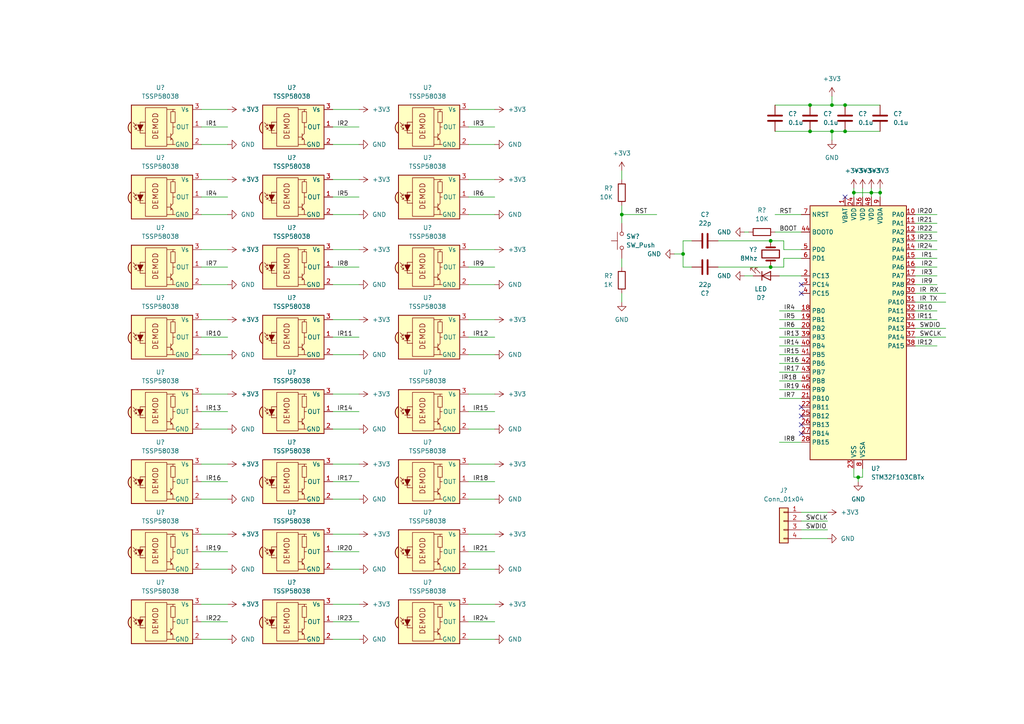
<source format=kicad_sch>
(kicad_sch (version 20230121) (generator eeschema)
  (paper "A4")
  (lib_symbols
    (symbol "Connector_Generic:Conn_01x04" (pin_names (offset 1.016) hide)
      (property "Reference" "J" (at 0 5.08 0))
      (property "Value" "Conn_01x04" (at 0 -7.62 0))
      (symbol "Conn_01x04_1_1"
        (rectangle (start -1.27 -4.953) (end 0 -5.207) (stroke (width 0.1524)))
        (rectangle (start -1.27 -2.413) (end 0 -2.667) (stroke (width 0.1524)))
        (rectangle (start -1.27 0.127) (end 0 -0.127) (stroke (width 0.1524)))
        (rectangle (start -1.27 2.667) (end 0 2.413) (stroke (width 0.1524)))
        (rectangle (start -1.27 3.81) (end 1.27 -6.35) (stroke (width 0.254)) (fill (type background)))
        (pin passive line (at -5.08 2.54 0) (length 3.81) (name "Pin_1") (number "1"))
        (pin passive line (at -5.08 0 0) (length 3.81) (name "Pin_2") (number "2"))
        (pin passive line (at -5.08 -2.54 0) (length 3.81) (name "Pin_3") (number "3"))
        (pin passive line (at -5.08 -5.08 0) (length 3.81) (name "Pin_4") (number "4"))
      )
    )
    (symbol "Device:C" (pin_numbers hide) (pin_names (offset 0.254))
      (property "Reference" "C" (at 0.635 2.54 0))
      (property "Value" "C" (at 0.635 -2.54 0))
      (symbol "C_0_1"
        (polyline (pts (xy -2.032 -0.762) (xy 2.032 -0.762)) (stroke (width 0.508)))
        (polyline (pts (xy -2.032 0.762) (xy 2.032 0.762)) (stroke (width 0.508)))
      )
      (symbol "C_1_1"
        (pin passive line (at 0 3.81 270) (length 2.794) (name "~") (number "1"))
        (pin passive line (at 0 -3.81 90) (length 2.794) (name "~") (number "2"))
      )
    )
    (symbol "Device:Crystal" (pin_numbers hide) (pin_names (offset 1.016) hide)
      (property "Reference" "Y" (at 0 3.81 0))
      (property "Value" "Crystal" (at 0 -3.81 0))
      (symbol "Crystal_0_1"
        (rectangle (start -1.143 2.54) (end 1.143 -2.54) (stroke (width 0.3048)))
        (polyline (pts (xy -2.54 0) (xy -1.905 0)))
        (polyline (pts (xy -1.905 -1.27) (xy -1.905 1.27)) (stroke (width 0.508)))
        (polyline (pts (xy 1.905 -1.27) (xy 1.905 1.27)) (stroke (width 0.508)))
        (polyline (pts (xy 2.54 0) (xy 1.905 0)))
      )
      (symbol "Crystal_1_1"
        (pin passive line (at -3.81 0 0) (length 1.27) (name "1") (number "1"))
        (pin passive line (at 3.81 0 180) (length 1.27) (name "2") (number "2"))
      )
    )
    (symbol "Device:LED" (pin_numbers hide) (pin_names (offset 1.016) hide)
      (property "Reference" "D" (at 0 2.54 0))
      (property "Value" "LED" (at 0 -2.54 0))
      (symbol "LED_0_1"
        (polyline (pts (xy -1.27 -1.27) (xy -1.27 1.27)) (stroke (width 0.254)))
        (polyline (pts (xy -1.27 0) (xy 1.27 0)))
        (polyline (pts (xy 1.27 -1.27) (xy 1.27 1.27) (xy -1.27 0) (xy 1.27 -1.27)) (stroke (width 0.254)))
        (polyline (pts (xy -3.048 -0.762) (xy -4.572 -2.286) (xy -3.81 -2.286) (xy -4.572 -2.286) (xy -4.572 -1.524)))
        (polyline (pts (xy -1.778 -0.762) (xy -3.302 -2.286) (xy -2.54 -2.286) (xy -3.302 -2.286) (xy -3.302 -1.524)))
      )
      (symbol "LED_1_1"
        (pin passive line (at -3.81 0 0) (length 2.54) (name "K") (number "1"))
        (pin passive line (at 3.81 0 180) (length 2.54) (name "A") (number "2"))
      )
    )
    (symbol "Device:R" (pin_numbers hide) (pin_names (offset 0))
      (property "Reference" "R" (at 2.032 0 90))
      (property "Value" "R" (at 0 0 90))
      (symbol "R_0_1"
        (rectangle (start -1.016 -2.54) (end 1.016 2.54) (stroke (width 0.254)))
      )
      (symbol "R_1_1"
        (pin passive line (at 0 3.81 270) (length 1.27) (name "~") (number "1"))
        (pin passive line (at 0 -3.81 90) (length 1.27) (name "~") (number "2"))
      )
    )
    (symbol "MCU_ST_STM32F1:STM32F103CBTx"
      (property "Reference" "U" (at -12.7 39.37 0))
      (property "Value" "STM32F103CBTx" (at 10.16 39.37 0))
      (symbol "STM32F103CBTx_0_1"
        (rectangle (start -12.7 -35.56) (end 15.24 38.1) (stroke (width 0.254)) (fill (type background)))
      )
      (symbol "STM32F103CBTx_1_1"
        (pin power_in line (at -2.54 40.64 270) (length 2.54) (name "VBAT") (number "1"))
        (pin bidirectional line (at 17.78 35.56 180) (length 2.54) (name "PA0") (number "10"))
        (pin bidirectional line (at 17.78 33.02 180) (length 2.54) (name "PA1") (number "11"))
        (pin bidirectional line (at 17.78 30.48 180) (length 2.54) (name "PA2") (number "12"))
        (pin bidirectional line (at 17.78 27.94 180) (length 2.54) (name "PA3") (number "13"))
        (pin bidirectional line (at 17.78 25.4 180) (length 2.54) (name "PA4") (number "14"))
        (pin bidirectional line (at 17.78 22.86 180) (length 2.54) (name "PA5") (number "15"))
        (pin bidirectional line (at 17.78 20.32 180) (length 2.54) (name "PA6") (number "16"))
        (pin bidirectional line (at 17.78 17.78 180) (length 2.54) (name "PA7") (number "17"))
        (pin bidirectional line (at -15.24 7.62 0) (length 2.54) (name "PB0") (number "18"))
        (pin bidirectional line (at -15.24 5.08 0) (length 2.54) (name "PB1") (number "19"))
        (pin bidirectional line (at -15.24 17.78 0) (length 2.54) (name "PC13") (number "2"))
        (pin bidirectional line (at -15.24 2.54 0) (length 2.54) (name "PB2") (number "20"))
        (pin bidirectional line (at -15.24 -17.78 0) (length 2.54) (name "PB10") (number "21"))
        (pin bidirectional line (at -15.24 -20.32 0) (length 2.54) (name "PB11") (number "22"))
        (pin power_in line (at 0 -38.1 90) (length 2.54) (name "VSS") (number "23"))
        (pin power_in line (at 0 40.64 270) (length 2.54) (name "VDD") (number "24"))
        (pin bidirectional line (at -15.24 -22.86 0) (length 2.54) (name "PB12") (number "25"))
        (pin bidirectional line (at -15.24 -25.4 0) (length 2.54) (name "PB13") (number "26"))
        (pin bidirectional line (at -15.24 -27.94 0) (length 2.54) (name "PB14") (number "27"))
        (pin bidirectional line (at -15.24 -30.48 0) (length 2.54) (name "PB15") (number "28"))
        (pin bidirectional line (at 17.78 15.24 180) (length 2.54) (name "PA8") (number "29"))
        (pin bidirectional line (at -15.24 15.24 0) (length 2.54) (name "PC14") (number "3"))
        (pin bidirectional line (at 17.78 12.7 180) (length 2.54) (name "PA9") (number "30"))
        (pin bidirectional line (at 17.78 10.16 180) (length 2.54) (name "PA10") (number "31"))
        (pin bidirectional line (at 17.78 7.62 180) (length 2.54) (name "PA11") (number "32"))
        (pin bidirectional line (at 17.78 5.08 180) (length 2.54) (name "PA12") (number "33"))
        (pin bidirectional line (at 17.78 2.54 180) (length 2.54) (name "PA13") (number "34"))
        (pin passive line (at 0 -38.1 90) (length 2.54) hide (name "VSS") (number "35"))
        (pin power_in line (at 2.54 40.64 270) (length 2.54) (name "VDD") (number "36"))
        (pin bidirectional line (at 17.78 0 180) (length 2.54) (name "PA14") (number "37"))
        (pin bidirectional line (at 17.78 -2.54 180) (length 2.54) (name "PA15") (number "38"))
        (pin bidirectional line (at -15.24 0 0) (length 2.54) (name "PB3") (number "39"))
        (pin bidirectional line (at -15.24 12.7 0) (length 2.54) (name "PC15") (number "4"))
        (pin bidirectional line (at -15.24 -2.54 0) (length 2.54) (name "PB4") (number "40"))
        (pin bidirectional line (at -15.24 -5.08 0) (length 2.54) (name "PB5") (number "41"))
        (pin bidirectional line (at -15.24 -7.62 0) (length 2.54) (name "PB6") (number "42"))
        (pin bidirectional line (at -15.24 -10.16 0) (length 2.54) (name "PB7") (number "43"))
        (pin input line (at -15.24 30.48 0) (length 2.54) (name "BOOT0") (number "44"))
        (pin bidirectional line (at -15.24 -12.7 0) (length 2.54) (name "PB8") (number "45"))
        (pin bidirectional line (at -15.24 -15.24 0) (length 2.54) (name "PB9") (number "46"))
        (pin passive line (at 0 -38.1 90) (length 2.54) hide (name "VSS") (number "47"))
        (pin power_in line (at 5.08 40.64 270) (length 2.54) (name "VDD") (number "48"))
        (pin bidirectional line (at -15.24 25.4 0) (length 2.54) (name "PD0") (number "5"))
        (pin bidirectional line (at -15.24 22.86 0) (length 2.54) (name "PD1") (number "6"))
        (pin input line (at -15.24 35.56 0) (length 2.54) (name "NRST") (number "7"))
        (pin power_in line (at 2.54 -38.1 90) (length 2.54) (name "VSSA") (number "8"))
        (pin power_in line (at 7.62 40.64 270) (length 2.54) (name "VDDA") (number "9"))
      )
    )
    (symbol "Sensor_Proximity:TSSP58038" (pin_names (offset 1.016))
      (property "Reference" "U" (at -10.16 7.62 0))
      (property "Value" "TSSP58038" (at -10.16 -7.62 0))
      (symbol "TSSP58038_0_0"
        (arc (start -10.287 1.397) (mid -11.0899 -0.1852) (end -10.287 -1.778) (stroke (width 0.254)) (fill (type background)))
        (polyline (pts (xy 1.905 -5.08) (xy 0.127 -5.08)))
        (polyline (pts (xy 1.905 5.08) (xy 0.127 5.08)))
        (text "DEMOD" (at -3.175 0.254 900) (effects (font (size 1.524 1.524))))
      )
      (symbol "TSSP58038_0_1"
        (rectangle (start -6.096 5.588) (end 0.127 -5.588))
        (polyline (pts (xy -8.763 0.381) (xy -9.652 1.27)))
        (polyline (pts (xy -8.763 0.381) (xy -9.271 0.381)))
        (polyline (pts (xy -8.763 0.381) (xy -8.763 0.889)))
        (polyline (pts (xy -8.636 -0.635) (xy -9.525 0.254)))
        (polyline (pts (xy -8.636 -0.635) (xy -9.144 -0.635)))
        (polyline (pts (xy -8.636 -0.635) (xy -8.636 -0.127)))
        (polyline (pts (xy -8.382 -1.016) (xy -6.731 -1.016)))
        (polyline (pts (xy 1.27 -2.921) (xy 0.127 -2.921)))
        (polyline (pts (xy 1.27 -1.905) (xy 1.27 -3.81)))
        (polyline (pts (xy 1.397 -3.556) (xy 1.524 -3.556)))
        (polyline (pts (xy 1.651 -3.556) (xy 1.524 -3.556)))
        (polyline (pts (xy 1.651 -3.556) (xy 1.651 -3.302)))
        (polyline (pts (xy 1.905 0) (xy 1.905 1.27)))
        (polyline (pts (xy 1.905 4.445) (xy 1.905 5.08) (xy 2.54 5.08)))
        (polyline (pts (xy -8.382 0.635) (xy -6.731 0.635) (xy -7.62 -1.016) (xy -8.382 0.635)) (fill (type outline)))
        (polyline (pts (xy -6.096 1.397) (xy -7.62 1.397) (xy -7.62 -1.778) (xy -6.096 -1.778)))
        (polyline (pts (xy 1.27 -3.175) (xy 1.905 -3.81) (xy 1.905 -5.08) (xy 2.54 -5.08)))
        (polyline (pts (xy 1.27 -2.54) (xy 1.905 -1.905) (xy 1.905 0) (xy 2.54 0)))
        (rectangle (start 2.54 1.27) (end 1.27 4.445))
        (rectangle (start 7.62 6.35) (end -10.16 -6.35) (stroke (width 0.254)) (fill (type background)))
      )
      (symbol "TSSP58038_1_1"
        (pin output line (at 10.16 0 180) (length 2.54) (name "OUT") (number "1"))
        (pin power_in line (at 10.16 -5.08 180) (length 2.54) (name "GND") (number "2"))
        (pin power_in line (at 10.16 5.08 180) (length 2.54) (name "Vs") (number "3"))
      )
    )
    (symbol "Switch:SW_Push" (pin_numbers hide) (pin_names (offset 1.016) hide)
      (property "Reference" "SW" (at 1.27 2.54 0))
      (property "Value" "SW_Push" (at 0 -1.524 0))
      (symbol "SW_Push_0_1"
        (circle (center -2.032 0) (radius 0.508))
        (polyline (pts (xy 0 1.27) (xy 0 3.048)))
        (polyline (pts (xy 2.54 1.27) (xy -2.54 1.27)))
        (circle (center 2.032 0) (radius 0.508))
        (pin passive line (at -5.08 0 0) (length 2.54) (name "1") (number "1"))
        (pin passive line (at 5.08 0 180) (length 2.54) (name "2") (number "2"))
      )
    )
    (symbol "power:+3V3" (power) (pin_names (offset 0))
      (property "Value" "+3V3" (at 0 3.556 0))
      (symbol "+3V3_0_1"
        (polyline (pts (xy -0.762 1.27) (xy 0 2.54)))
        (polyline (pts (xy 0 0) (xy 0 2.54)))
        (polyline (pts (xy 0 2.54) (xy 0.762 1.27)))
      )
      (symbol "+3V3_1_1"
        (pin power_in line (at 0 0 90) (length 0) hide (name "+3V3") (number "1"))
      )
    )
    (symbol "power:GND" (power) (pin_names (offset 0))
      (property "Value" "GND" (at 0 -3.81 0))
      (symbol "GND_0_1"
        (polyline (pts (xy 0 0) (xy 0 -1.27) (xy 1.27 -1.27) (xy 0 -2.54) (xy -1.27 -1.27) (xy 0 -1.27)))
      )
      (symbol "GND_1_1"
        (pin power_in line (at 0 0 270) (length 0) hide (name "GND") (number "1"))
      )
    )
  )
  (junction (at 234.95 30.48))
  (junction (at 252.73 55.88))
  (junction (at 198.12 73.66))
  (junction (at 180.34 62.23))
  (junction (at 234.95 38.1))
  (junction (at 223.52 77.47))
  (junction (at 245.11 30.48))
  (junction (at 241.3 30.48))
  (junction (at 247.65 55.88))
  (junction (at 241.3 38.1))
  (junction (at 245.11 38.1))
  (junction (at 223.52 69.85))
  (junction (at 255.27 55.88))
  (junction (at 248.92 138.43))
  (no_connect (at 232.41 120.65))
  (no_connect (at 232.41 118.11))
  (no_connect (at 232.41 85.09))
  (no_connect (at 232.41 125.73))
  (no_connect (at 232.41 123.19))
  (no_connect (at 245.11 57.15))
  (no_connect (at 232.41 82.55))
  (wire (pts (xy 58.42 57.15) (xy 66.04 57.15)))
  (wire (pts (xy 96.52 134.62) (xy 104.14 134.62)))
  (wire (pts (xy 135.89 144.78) (xy 143.51 144.78)))
  (wire (pts (xy 58.42 144.78) (xy 66.04 144.78)))
  (wire (pts (xy 96.52 114.3) (xy 104.14 114.3)))
  (wire (pts (xy 226.06 92.71) (xy 232.41 92.71)))
  (wire (pts (xy 226.06 102.87) (xy 232.41 102.87)))
  (wire (pts (xy 96.52 77.47) (xy 104.14 77.47)))
  (wire (pts (xy 135.89 57.15) (xy 143.51 57.15)))
  (wire (pts (xy 96.52 41.91) (xy 104.14 41.91)))
  (wire (pts (xy 234.95 30.48) (xy 241.3 30.48)))
  (wire (pts (xy 265.43 64.77) (xy 271.78 64.77)))
  (wire (pts (xy 232.41 110.49) (xy 226.06 110.49)))
  (wire (pts (xy 96.52 36.83) (xy 104.14 36.83)))
  (wire (pts (xy 58.42 41.91) (xy 66.04 41.91)))
  (wire (pts (xy 96.52 119.38) (xy 104.14 119.38)))
  (wire (pts (xy 208.28 69.85) (xy 223.52 69.85)))
  (wire (pts (xy 232.41 148.59) (xy 240.03 148.59)))
  (wire (pts (xy 241.3 30.48) (xy 245.11 30.48)))
  (wire (pts (xy 248.92 138.43) (xy 248.92 139.7)))
  (wire (pts (xy 227.33 69.85) (xy 227.33 72.39)))
  (wire (pts (xy 96.52 97.79) (xy 104.14 97.79)))
  (wire (pts (xy 180.34 62.23) (xy 180.34 64.77)))
  (wire (pts (xy 96.52 52.07) (xy 104.14 52.07)))
  (wire (pts (xy 226.06 95.25) (xy 232.41 95.25)))
  (wire (pts (xy 247.65 55.88) (xy 252.73 55.88)))
  (wire (pts (xy 265.43 85.09) (xy 274.32 85.09)))
  (wire (pts (xy 208.28 77.47) (xy 223.52 77.47)))
  (wire (pts (xy 58.42 185.42) (xy 66.04 185.42)))
  (wire (pts (xy 135.89 165.1) (xy 143.51 165.1)))
  (wire (pts (xy 248.92 138.43) (xy 250.19 138.43)))
  (wire (pts (xy 96.52 139.7) (xy 104.14 139.7)))
  (wire (pts (xy 135.89 154.94) (xy 143.51 154.94)))
  (wire (pts (xy 226.06 105.41) (xy 232.41 105.41)))
  (wire (pts (xy 135.89 72.39) (xy 143.51 72.39)))
  (wire (pts (xy 217.17 67.31) (xy 215.9 67.31)))
  (wire (pts (xy 58.42 102.87) (xy 66.04 102.87)))
  (wire (pts (xy 135.89 119.38) (xy 143.51 119.38)))
  (wire (pts (xy 58.42 119.38) (xy 66.04 119.38)))
  (wire (pts (xy 135.89 180.34) (xy 143.51 180.34)))
  (wire (pts (xy 58.42 92.71) (xy 66.04 92.71)))
  (wire (pts (xy 58.42 62.23) (xy 66.04 62.23)))
  (wire (pts (xy 135.89 102.87) (xy 143.51 102.87)))
  (wire (pts (xy 250.19 138.43) (xy 250.19 135.89)))
  (wire (pts (xy 58.42 114.3) (xy 66.04 114.3)))
  (wire (pts (xy 271.78 80.01) (xy 265.43 80.01)))
  (wire (pts (xy 226.06 100.33) (xy 232.41 100.33)))
  (wire (pts (xy 195.58 73.66) (xy 198.12 73.66)))
  (wire (pts (xy 135.89 92.71) (xy 143.51 92.71)))
  (wire (pts (xy 271.78 74.93) (xy 265.43 74.93)))
  (wire (pts (xy 135.89 185.42) (xy 143.51 185.42)))
  (wire (pts (xy 135.89 139.7) (xy 143.51 139.7)))
  (wire (pts (xy 241.3 38.1) (xy 241.3 40.64)))
  (wire (pts (xy 271.78 69.85) (xy 265.43 69.85)))
  (wire (pts (xy 96.52 62.23) (xy 104.14 62.23)))
  (wire (pts (xy 223.52 77.47) (xy 227.33 77.47)))
  (wire (pts (xy 58.42 139.7) (xy 66.04 139.7)))
  (wire (pts (xy 227.33 77.47) (xy 227.33 74.93)))
  (wire (pts (xy 96.52 82.55) (xy 104.14 82.55)))
  (wire (pts (xy 252.73 55.88) (xy 255.27 55.88)))
  (wire (pts (xy 135.89 36.83) (xy 143.51 36.83)))
  (wire (pts (xy 247.65 135.89) (xy 247.65 138.43)))
  (wire (pts (xy 96.52 185.42) (xy 104.14 185.42)))
  (wire (pts (xy 255.27 55.88) (xy 255.27 57.15)))
  (wire (pts (xy 58.42 72.39) (xy 66.04 72.39)))
  (wire (pts (xy 271.78 62.23) (xy 265.43 62.23)))
  (wire (pts (xy 265.43 95.25) (xy 274.32 95.25)))
  (wire (pts (xy 215.9 80.01) (xy 218.44 80.01)))
  (wire (pts (xy 226.06 97.79) (xy 232.41 97.79)))
  (wire (pts (xy 252.73 54.61) (xy 252.73 55.88)))
  (wire (pts (xy 224.79 38.1) (xy 234.95 38.1)))
  (wire (pts (xy 247.65 55.88) (xy 247.65 57.15)))
  (wire (pts (xy 227.33 74.93) (xy 232.41 74.93)))
  (wire (pts (xy 135.89 134.62) (xy 143.51 134.62)))
  (wire (pts (xy 58.42 134.62) (xy 66.04 134.62)))
  (wire (pts (xy 200.66 69.85) (xy 198.12 69.85)))
  (wire (pts (xy 271.78 92.71) (xy 265.43 92.71)))
  (wire (pts (xy 224.79 62.23) (xy 232.41 62.23)))
  (wire (pts (xy 255.27 54.61) (xy 255.27 55.88)))
  (wire (pts (xy 198.12 77.47) (xy 200.66 77.47)))
  (wire (pts (xy 180.34 62.23) (xy 190.5 62.23)))
  (wire (pts (xy 232.41 151.13) (xy 240.03 151.13)))
  (wire (pts (xy 245.11 30.48) (xy 255.27 30.48)))
  (wire (pts (xy 226.06 128.27) (xy 232.41 128.27)))
  (wire (pts (xy 135.89 175.26) (xy 143.51 175.26)))
  (wire (pts (xy 135.89 41.91) (xy 143.51 41.91)))
  (wire (pts (xy 271.78 90.17) (xy 265.43 90.17)))
  (wire (pts (xy 135.89 124.46) (xy 143.51 124.46)))
  (wire (pts (xy 96.52 57.15) (xy 104.14 57.15)))
  (wire (pts (xy 241.3 27.94) (xy 241.3 30.48)))
  (wire (pts (xy 223.52 69.85) (xy 227.33 69.85)))
  (wire (pts (xy 58.42 165.1) (xy 66.04 165.1)))
  (wire (pts (xy 271.78 67.31) (xy 265.43 67.31)))
  (wire (pts (xy 180.34 85.09) (xy 180.34 87.63)))
  (wire (pts (xy 226.06 115.57) (xy 232.41 115.57)))
  (wire (pts (xy 135.89 62.23) (xy 143.51 62.23)))
  (wire (pts (xy 135.89 82.55) (xy 143.51 82.55)))
  (wire (pts (xy 198.12 69.85) (xy 198.12 73.66)))
  (wire (pts (xy 58.42 124.46) (xy 66.04 124.46)))
  (wire (pts (xy 241.3 38.1) (xy 245.11 38.1)))
  (wire (pts (xy 96.52 124.46) (xy 104.14 124.46)))
  (wire (pts (xy 232.41 153.67) (xy 240.03 153.67)))
  (wire (pts (xy 265.43 87.63) (xy 274.32 87.63)))
  (wire (pts (xy 227.33 72.39) (xy 232.41 72.39)))
  (wire (pts (xy 252.73 55.88) (xy 252.73 57.15)))
  (wire (pts (xy 96.52 165.1) (xy 104.14 165.1)))
  (wire (pts (xy 96.52 102.87) (xy 104.14 102.87)))
  (wire (pts (xy 135.89 160.02) (xy 143.51 160.02)))
  (wire (pts (xy 245.11 38.1) (xy 255.27 38.1)))
  (wire (pts (xy 96.52 92.71) (xy 104.14 92.71)))
  (wire (pts (xy 58.42 160.02) (xy 66.04 160.02)))
  (wire (pts (xy 180.34 49.53) (xy 180.34 52.07)))
  (wire (pts (xy 58.42 36.83) (xy 66.04 36.83)))
  (wire (pts (xy 135.89 97.79) (xy 143.51 97.79)))
  (wire (pts (xy 58.42 97.79) (xy 66.04 97.79)))
  (wire (pts (xy 180.34 77.47) (xy 180.34 74.93)))
  (wire (pts (xy 58.42 175.26) (xy 66.04 175.26)))
  (wire (pts (xy 271.78 77.47) (xy 265.43 77.47)))
  (wire (pts (xy 58.42 52.07) (xy 66.04 52.07)))
  (wire (pts (xy 58.42 82.55) (xy 66.04 82.55)))
  (wire (pts (xy 96.52 180.34) (xy 104.14 180.34)))
  (wire (pts (xy 58.42 180.34) (xy 66.04 180.34)))
  (wire (pts (xy 271.78 100.33) (xy 265.43 100.33)))
  (wire (pts (xy 226.06 80.01) (xy 232.41 80.01)))
  (wire (pts (xy 96.52 31.75) (xy 104.14 31.75)))
  (wire (pts (xy 96.52 72.39) (xy 104.14 72.39)))
  (wire (pts (xy 198.12 73.66) (xy 198.12 77.47)))
  (wire (pts (xy 224.79 67.31) (xy 232.41 67.31)))
  (wire (pts (xy 226.06 90.17) (xy 232.41 90.17)))
  (wire (pts (xy 58.42 31.75) (xy 66.04 31.75)))
  (wire (pts (xy 135.89 31.75) (xy 143.51 31.75)))
  (wire (pts (xy 271.78 82.55) (xy 265.43 82.55)))
  (wire (pts (xy 58.42 154.94) (xy 66.04 154.94)))
  (wire (pts (xy 265.43 97.79) (xy 274.32 97.79)))
  (wire (pts (xy 247.65 138.43) (xy 248.92 138.43)))
  (wire (pts (xy 226.06 113.03) (xy 232.41 113.03)))
  (wire (pts (xy 135.89 52.07) (xy 143.51 52.07)))
  (wire (pts (xy 247.65 54.61) (xy 247.65 55.88)))
  (wire (pts (xy 271.78 72.39) (xy 265.43 72.39)))
  (wire (pts (xy 250.19 54.61) (xy 250.19 57.15)))
  (wire (pts (xy 135.89 114.3) (xy 143.51 114.3)))
  (wire (pts (xy 224.79 30.48) (xy 234.95 30.48)))
  (wire (pts (xy 135.89 77.47) (xy 143.51 77.47)))
  (wire (pts (xy 96.52 144.78) (xy 104.14 144.78)))
  (wire (pts (xy 96.52 160.02) (xy 104.14 160.02)))
  (wire (pts (xy 58.42 77.47) (xy 66.04 77.47)))
  (wire (pts (xy 180.34 59.69) (xy 180.34 62.23)))
  (wire (pts (xy 96.52 175.26) (xy 104.14 175.26)))
  (wire (pts (xy 232.41 156.21) (xy 240.03 156.21)))
  (wire (pts (xy 234.95 38.1) (xy 241.3 38.1)))
  (wire (pts (xy 96.52 154.94) (xy 104.14 154.94)))
  (wire (pts (xy 226.06 107.95) (xy 232.41 107.95)))
  (label "IR10" (at 270.51 90.17 180))
  (label "IR15" (at 227.33 102.87 0))
  (label "IR4" (at 59.69 57.15 0))
  (label "BOOT" (at 226.06 67.31 0))
  (label "IR17" (at 97.79 139.7 0))
  (label "SWDIO" (at 233.68 153.67 0))
  (label "IR5" (at 227.33 92.71 0))
  (label "SWCLK" (at 233.68 151.13 0))
  (label "IR8" (at 227.33 128.27 0))
  (label "IR24" (at 270.51 72.39 180))
  (label "IR8" (at 97.79 77.47 0))
  (label "IR RX" (at 266.7 85.09 0))
  (label "IR10" (at 59.69 97.79 0))
  (label "IR3" (at 137.16 36.83 0))
  (label "IR9" (at 270.51 82.55 180))
  (label "RST" (at 226.06 62.23 0))
  (label "IR18" (at 231.14 110.49 180))
  (label "IR6" (at 137.16 57.15 0))
  (label "IR20" (at 97.79 160.02 0))
  (label "IR20" (at 270.51 62.23 180))
  (label "IR17" (at 227.33 107.95 0))
  (label "IR6" (at 227.33 95.25 0))
  (label "IR15" (at 137.16 119.38 0))
  (label "IR24" (at 137.16 180.34 0))
  (label "IR2" (at 97.79 36.83 0))
  (label "IR18" (at 137.16 139.7 0))
  (label "IR21" (at 270.51 64.77 180))
  (label "IR23" (at 270.51 69.85 180))
  (label "IR3" (at 270.51 80.01 180))
  (label "SWCLK" (at 266.7 97.79 0))
  (label "SWDIO" (at 266.7 95.25 0))
  (label "IR13" (at 59.69 119.38 0))
  (label "IR19" (at 227.33 113.03 0))
  (label "IR11" (at 97.79 97.79 0))
  (label "IR9" (at 137.16 77.47 0))
  (label "IR2" (at 270.51 77.47 180))
  (label "RST" (at 184.15 62.23 0))
  (label "IR14" (at 97.79 119.38 0))
  (label "IR7" (at 59.69 77.47 0))
  (label "IR19" (at 59.69 160.02 0))
  (label "IR1" (at 59.69 36.83 0))
  (label "IR21" (at 137.16 160.02 0))
  (label "IR TX" (at 266.7 87.63 0))
  (label "IR5" (at 97.79 57.15 0))
  (label "IR16" (at 227.33 105.41 0))
  (label "IR12" (at 270.51 100.33 180))
  (label "IR4" (at 227.33 90.17 0))
  (label "IR14" (at 227.33 100.33 0))
  (label "IR23" (at 97.79 180.34 0))
  (label "IR22" (at 59.69 180.34 0))
  (label "IR12" (at 137.16 97.79 0))
  (label "IR13" (at 227.33 97.79 0))
  (label "IR11" (at 270.51 92.71 180))
  (label "IR1" (at 270.51 74.93 180))
  (label "IR7" (at 227.33 115.57 0))
  (label "IR16" (at 59.69 139.7 0))
  (label "IR22" (at 270.51 67.31 180))
  (symbol (lib_id "Device:C") (at 204.47 69.85 270) (unit 1)
    (property "Reference" "C?" (at 204.47 62.23 90))
    (property "Value" "22p" (at 204.47 64.77 90))
    (property "Footprint" "footprints:cap0603" (effects hide))
    (instances (project "temp" (path "" (reference "C?") (unit 1))) (project "2023l3-int" (path "" (reference "C5") (unit 1))))
  )
  (symbol (lib_id "power:GND") (at 104.14 185.42 90) (unit 1)
    (property "Reference" "#PWR?" (effects hide))
    (property "Value" "GND" (at 107.95 185.42 90) (effects (justify right)))
    (instances (project "temp" (path "" (reference "#PWR?") (unit 1))) (project "2023l3-int" (path "" (reference "#PWR0145") (unit 1))))
  )
  (symbol (lib_id "Sensor_Proximity:TSSP58038") (at 48.26 77.47 0) (unit 1)
    (property "Reference" "U?" (at 46.525 66.04 0))
    (property "Value" "TSSP58038" (at 46.525 68.58 0))
    (property "Footprint" "footprints:Vishay_MINICAST-3P" (effects hide))
    (property "Datasheet" "http://www.vishay.com/docs/82476/tssp58p38.pdf" (effects hide))
    (instances (project "temp" (path "" (reference "U?") (unit 1))) (project "2023l3-int" (path "" (reference "U10") (unit 1))))
  )
  (symbol (lib_id "Sensor_Proximity:TSSP58038") (at 86.36 180.34 0) (unit 1)
    (property "Reference" "U?" (at 84.625 168.91 0))
    (property "Value" "TSSP58038" (at 84.625 171.45 0))
    (property "Footprint" "footprints:Vishay_MINICAST-3P" (effects hide))
    (property "Datasheet" "http://www.vishay.com/docs/82476/tssp58p38.pdf" (effects hide))
    (instances (project "temp" (path "" (reference "U?") (unit 1))) (project "2023l3-int" (path "" (reference "U26") (unit 1))))
  )
  (symbol (lib_id "Sensor_Proximity:TSSP58038") (at 86.36 119.38 0) (unit 1)
    (property "Reference" "U?" (at 84.625 107.95 0))
    (property "Value" "TSSP58038" (at 84.625 110.49 0))
    (property "Footprint" "footprints:Vishay_MINICAST-3P" (effects hide))
    (property "Datasheet" "http://www.vishay.com/docs/82476/tssp58p38.pdf" (effects hide))
    (instances (project "temp" (path "" (reference "U?") (unit 1))) (project "2023l3-int" (path "" (reference "U17") (unit 1))))
  )
  (symbol (lib_id "Sensor_Proximity:TSSP58038") (at 86.36 36.83 0) (unit 1)
    (property "Reference" "U?" (at 84.625 25.4 0))
    (property "Value" "TSSP58038" (at 84.625 27.94 0))
    (property "Footprint" "footprints:Vishay_MINICAST-3P" (effects hide))
    (property "Datasheet" "http://www.vishay.com/docs/82476/tssp58p38.pdf" (effects hide))
    (instances (project "temp" (path "" (reference "U?") (unit 1))) (project "2023l3-int" (path "" (reference "U5") (unit 1))))
  )
  (symbol (lib_id "power:GND") (at 104.14 144.78 90) (unit 1)
    (property "Reference" "#PWR?" (effects hide))
    (property "Value" "GND" (at 107.95 144.78 90) (effects (justify right)))
    (instances (project "temp" (path "" (reference "#PWR?") (unit 1))) (project "2023l3-int" (path "" (reference "#PWR0150") (unit 1))))
  )
  (symbol (lib_id "Sensor_Proximity:TSSP58038") (at 125.73 77.47 0) (unit 1)
    (property "Reference" "U?" (at 123.995 66.04 0))
    (property "Value" "TSSP58038" (at 123.995 68.58 0))
    (property "Footprint" "footprints:Vishay_MINICAST-3P" (effects hide))
    (property "Datasheet" "http://www.vishay.com/docs/82476/tssp58p38.pdf" (effects hide))
    (instances (project "temp" (path "" (reference "U?") (unit 1))) (project "2023l3-int" (path "" (reference "U12") (unit 1))))
  )
  (symbol (lib_id "Sensor_Proximity:TSSP58038") (at 48.26 160.02 0) (unit 1)
    (property "Reference" "U?" (at 46.525 148.59 0))
    (property "Value" "TSSP58038" (at 46.525 151.13 0))
    (property "Footprint" "footprints:Vishay_MINICAST-3P" (effects hide))
    (property "Datasheet" "http://www.vishay.com/docs/82476/tssp58p38.pdf" (effects hide))
    (instances (project "temp" (path "" (reference "U?") (unit 1))) (project "2023l3-int" (path "" (reference "U22") (unit 1))))
  )
  (symbol (lib_id "Device:R") (at 180.34 81.28 0) (mirror y) (unit 1)
    (property "Reference" "R?" (at 177.8 80.01 0) (effects (justify left)))
    (property "Value" "1K" (at 177.8 82.55 0) (effects (justify left)))
    (property "Footprint" "footprints:res0603" (effects hide))
    (instances (project "temp" (path "" (reference "R?") (unit 1))) (project "2023l3-int" (path "" (reference "R5") (unit 1))))
  )
  (symbol (lib_id "power:+3V3") (at 104.14 114.3 270) (unit 1)
    (property "Reference" "#PWR0156" (effects hide))
    (property "Value" "+3V3" (at 107.95 114.3 90) (effects (justify left)))
  )
  (symbol (lib_id "power:GND") (at 143.51 82.55 90) (unit 1)
    (property "Reference" "#PWR?" (effects hide))
    (property "Value" "GND" (at 147.32 82.55 90) (effects (justify right)))
    (instances (project "temp" (path "" (reference "#PWR?") (unit 1))) (project "2023l3-int" (path "" (reference "#PWR0124") (unit 1))))
  )
  (symbol (lib_id "Sensor_Proximity:TSSP58038") (at 86.36 160.02 0) (unit 1)
    (property "Reference" "U?" (at 84.625 148.59 0))
    (property "Value" "TSSP58038" (at 84.625 151.13 0))
    (property "Footprint" "footprints:Vishay_MINICAST-3P" (effects hide))
    (property "Datasheet" "http://www.vishay.com/docs/82476/tssp58p38.pdf" (effects hide))
    (instances (project "temp" (path "" (reference "U?") (unit 1))) (project "2023l3-int" (path "" (reference "U23") (unit 1))))
  )
  (symbol (lib_id "Sensor_Proximity:TSSP58038") (at 125.73 160.02 0) (unit 1)
    (property "Reference" "U?" (at 123.995 148.59 0))
    (property "Value" "TSSP58038" (at 123.995 151.13 0))
    (property "Footprint" "footprints:Vishay_MINICAST-3P" (effects hide))
    (property "Datasheet" "http://www.vishay.com/docs/82476/tssp58p38.pdf" (effects hide))
    (instances (project "temp" (path "" (reference "U?") (unit 1))) (project "2023l3-int" (path "" (reference "U24") (unit 1))))
  )
  (symbol (lib_id "power:+3V3") (at 252.73 54.61 0) (unit 1)
    (property "Reference" "#PWR?" (effects hide))
    (property "Value" "+3V3" (at 252.73 49.53 0))
    (instances (project "temp" (path "" (reference "#PWR?") (unit 1))) (project "2023l3-int" (path "" (reference "#PWR0178") (unit 1))))
  )
  (symbol (lib_id "power:GND") (at 143.51 144.78 90) (unit 1)
    (property "Reference" "#PWR?" (effects hide))
    (property "Value" "GND" (at 147.32 144.78 90) (effects (justify right)))
    (instances (project "temp" (path "" (reference "#PWR?") (unit 1))) (project "2023l3-int" (path "" (reference "#PWR0148") (unit 1))))
  )
  (symbol (lib_id "power:GND") (at 104.14 41.91 90) (unit 1)
    (property "Reference" "#PWR?" (effects hide))
    (property "Value" "GND" (at 107.95 41.91 90) (effects (justify right)))
    (instances (project "temp" (path "" (reference "#PWR?") (unit 1))) (project "2023l3-int" (path "" (reference "#PWR0125") (unit 1))))
  )
  (symbol (lib_id "Device:C") (at 204.47 77.47 270) (mirror x) (unit 1)
    (property "Reference" "C?" (at 204.47 85.09 90))
    (property "Value" "22p" (at 204.47 82.55 90))
    (property "Footprint" "footprints:cap0603" (effects hide))
    (instances (project "temp" (path "" (reference "C?") (unit 1))) (project "2023l3-int" (path "" (reference "C6") (unit 1))))
  )
  (symbol (lib_id "power:+3V3") (at 143.51 52.07 270) (unit 1)
    (property "Reference" "#PWR0130" (effects hide))
    (property "Value" "+3V3" (at 147.32 52.07 90) (effects (justify left)))
  )
  (symbol (lib_id "Device:C") (at 234.95 34.29 0) (unit 1)
    (property "Reference" "C?" (at 238.76 33.02 0) (effects (justify left)))
    (property "Value" "0.1u" (at 238.76 35.56 0) (effects (justify left)))
    (property "Footprint" "footprints:cap0603" (effects hide))
    (instances (project "temp" (path "" (reference "C?") (unit 1))) (project "2023l3-int" (path "" (reference "C2") (unit 1))))
  )
  (symbol (lib_id "Sensor_Proximity:TSSP58038") (at 48.26 57.15 0) (unit 1)
    (property "Reference" "U?" (at 46.525 45.72 0))
    (property "Value" "TSSP58038" (at 46.525 48.26 0))
    (property "Footprint" "footprints:Vishay_MINICAST-3P" (effects hide))
    (property "Datasheet" "http://www.vishay.com/docs/82476/tssp58p38.pdf" (effects hide))
    (instances (project "temp" (path "" (reference "U?") (unit 1))) (project "2023l3-int" (path "" (reference "U7") (unit 1))))
  )
  (symbol (lib_id "power:GND") (at 143.51 62.23 90) (unit 1)
    (property "Reference" "#PWR?" (effects hide))
    (property "Value" "GND" (at 147.32 62.23 90) (effects (justify right)))
    (instances (project "temp" (path "" (reference "#PWR?") (unit 1))) (project "2023l3-int" (path "" (reference "#PWR0121") (unit 1))))
  )
  (symbol (lib_id "power:GND") (at 195.58 73.66 270) (unit 1)
    (property "Reference" "#PWR?" (effects hide))
    (property "Value" "GND" (at 191.77 73.66 90) (effects (justify right)))
    (instances (project "temp" (path "" (reference "#PWR?") (unit 1))) (project "2023l3-int" (path "" (reference "#PWR0168") (unit 1))))
  )
  (symbol (lib_id "power:GND") (at 240.03 156.21 90) (unit 1)
    (property "Reference" "#PWR?" (effects hide))
    (property "Value" "GND" (at 243.84 156.21 90) (effects (justify right)))
    (instances (project "temp" (path "" (reference "#PWR?") (unit 1))) (project "2023l3-int" (path "" (reference "#PWR0173") (unit 1))))
  )
  (symbol (lib_id "power:+3V3") (at 104.14 154.94 270) (unit 1)
    (property "Reference" "#PWR0146" (effects hide))
    (property "Value" "+3V3" (at 107.95 154.94 90) (effects (justify left)))
  )
  (symbol (lib_id "power:+3V3") (at 143.51 114.3 270) (unit 1)
    (property "Reference" "#PWR0153" (effects hide))
    (property "Value" "+3V3" (at 147.32 114.3 90) (effects (justify left)))
  )
  (symbol (lib_id "power:+3V3") (at 240.03 148.59 270) (unit 1)
    (property "Reference" "#PWR?" (effects hide))
    (property "Value" "+3V3" (at 243.84 148.59 90) (effects (justify left)))
    (instances (project "temp" (path "" (reference "#PWR?") (unit 1))) (project "2023l3-int" (path "" (reference "#PWR0174") (unit 1))))
  )
  (symbol (lib_id "power:+3V3") (at 66.04 134.62 270) (unit 1)
    (property "Reference" "#PWR0139" (effects hide))
    (property "Value" "+3V3" (at 69.85 134.62 90) (effects (justify left)))
  )
  (symbol (lib_id "Sensor_Proximity:TSSP58038") (at 86.36 139.7 0) (unit 1)
    (property "Reference" "U?" (at 84.625 128.27 0))
    (property "Value" "TSSP58038" (at 84.625 130.81 0))
    (property "Footprint" "footprints:Vishay_MINICAST-3P" (effects hide))
    (property "Datasheet" "http://www.vishay.com/docs/82476/tssp58p38.pdf" (effects hide))
    (instances (project "temp" (path "" (reference "U?") (unit 1))) (project "2023l3-int" (path "" (reference "U20") (unit 1))))
  )
  (symbol (lib_id "power:+3V3") (at 66.04 175.26 270) (unit 1)
    (property "Reference" "#PWR0133" (effects hide))
    (property "Value" "+3V3" (at 69.85 175.26 90) (effects (justify left)))
  )
  (symbol (lib_id "power:GND") (at 66.04 62.23 90) (unit 1)
    (property "Reference" "#PWR?" (effects hide))
    (property "Value" "GND" (at 69.85 62.23 90) (effects (justify right)))
    (instances (project "temp" (path "" (reference "#PWR?") (unit 1))) (project "2023l3-int" (path "" (reference "#PWR0162") (unit 1))))
  )
  (symbol (lib_id "power:GND") (at 104.14 102.87 90) (unit 1)
    (property "Reference" "#PWR?" (effects hide))
    (property "Value" "GND" (at 107.95 102.87 90) (effects (justify right)))
    (instances (project "temp" (path "" (reference "#PWR?") (unit 1))) (project "2023l3-int" (path "" (reference "#PWR0157") (unit 1))))
  )
  (symbol (lib_id "power:+3V3") (at 241.3 27.94 0) (unit 1)
    (property "Reference" "#PWR?" (effects hide))
    (property "Value" "+3V3" (at 241.3 22.86 0))
    (instances (project "temp" (path "" (reference "#PWR?") (unit 1))) (project "2023l3-int" (path "" (reference "#PWR0180") (unit 1))))
  )
  (symbol (lib_id "Sensor_Proximity:TSSP58038") (at 48.26 180.34 0) (unit 1)
    (property "Reference" "U?" (at 46.525 168.91 0))
    (property "Value" "TSSP58038" (at 46.525 171.45 0))
    (property "Footprint" "footprints:Vishay_MINICAST-3P" (effects hide))
    (property "Datasheet" "http://www.vishay.com/docs/82476/tssp58p38.pdf" (effects hide))
    (instances (project "temp" (path "" (reference "U?") (unit 1))) (project "2023l3-int" (path "" (reference "U25") (unit 1))))
  )
  (symbol (lib_id "power:+3V3") (at 66.04 31.75 270) (unit 1)
    (property "Reference" "#PWR0160" (effects hide))
    (property "Value" "+3V3" (at 69.85 31.75 90) (effects (justify left)))
  )
  (symbol (lib_id "power:+3V3") (at 66.04 154.94 270) (unit 1)
    (property "Reference" "#PWR0135" (effects hide))
    (property "Value" "+3V3" (at 69.85 154.94 90) (effects (justify left)))
  )
  (symbol (lib_id "Sensor_Proximity:TSSP58038") (at 48.26 119.38 0) (unit 1)
    (property "Reference" "U?" (at 46.525 107.95 0))
    (property "Value" "TSSP58038" (at 46.525 110.49 0))
    (property "Footprint" "footprints:Vishay_MINICAST-3P" (effects hide))
    (property "Datasheet" "http://www.vishay.com/docs/82476/tssp58p38.pdf" (effects hide))
    (instances (project "temp" (path "" (reference "U?") (unit 1))) (project "2023l3-int" (path "" (reference "U16") (unit 1))))
  )
  (symbol (lib_id "MCU_ST_STM32F1:STM32F103CBTx") (at 247.65 97.79 0) (unit 1)
    (property "Reference" "U?" (at 252.6365 135.89 0) (effects (justify left)))
    (property "Value" "STM32F103CBTx" (at 252.6365 138.43 0) (effects (justify left)))
    (property "Footprint" "Package_QFP:LQFP-48_7x7mm_P0.5mm" (effects hide))
    (property "Datasheet" "https://www.st.com/resource/en/datasheet/stm32f103cb.pdf" (effects hide))
    (instances (project "temp" (path "" (reference "U?") (unit 1))) (project "2023l3-int" (path "" (reference "IC1") (unit 1))))
  )
  (symbol (lib_id "Sensor_Proximity:TSSP58038") (at 125.73 180.34 0) (unit 1)
    (property "Reference" "U?" (at 123.995 168.91 0))
    (property "Value" "TSSP58038" (at 123.995 171.45 0))
    (property "Footprint" "footprints:Vishay_MINICAST-3P" (effects hide))
    (property "Datasheet" "http://www.vishay.com/docs/82476/tssp58p38.pdf" (effects hide))
    (instances (project "temp" (path "" (reference "U?") (unit 1))) (project "2023l3-int" (path "" (reference "U27") (unit 1))))
  )
  (symbol (lib_id "power:GND") (at 143.51 102.87 90) (unit 1)
    (property "Reference" "#PWR?" (effects hide))
    (property "Value" "GND" (at 147.32 102.87 90) (effects (justify right)))
    (instances (project "temp" (path "" (reference "#PWR?") (unit 1))) (project "2023l3-int" (path "" (reference "#PWR0158") (unit 1))))
  )
  (symbol (lib_id "Sensor_Proximity:TSSP58038") (at 125.73 36.83 0) (unit 1)
    (property "Reference" "U?" (at 123.995 25.4 0))
    (property "Value" "TSSP58038" (at 123.995 27.94 0))
    (property "Footprint" "footprints:Vishay_MINICAST-3P" (effects hide))
    (property "Datasheet" "http://www.vishay.com/docs/82476/tssp58p38.pdf" (effects hide))
    (instances (project "temp" (path "" (reference "U?") (unit 1))) (project "2023l3-int" (path "" (reference "U6") (unit 1))))
  )
  (symbol (lib_id "power:+3V3") (at 104.14 52.07 270) (unit 1)
    (property "Reference" "#PWR0126" (effects hide))
    (property "Value" "+3V3" (at 107.95 52.07 90) (effects (justify left)))
  )
  (symbol (lib_id "Sensor_Proximity:TSSP58038") (at 48.26 36.83 0) (unit 1)
    (property "Reference" "U?" (at 46.525 25.4 0))
    (property "Value" "TSSP58038" (at 46.525 27.94 0))
    (property "Footprint" "footprints:Vishay_MINICAST-3P" (effects hide))
    (property "Datasheet" "http://www.vishay.com/docs/82476/tssp58p38.pdf" (effects hide))
    (instances (project "temp" (path "" (reference "U?") (unit 1))) (project "2023l3-int" (path "" (reference "U4") (unit 1))))
  )
  (symbol (lib_id "power:GND") (at 143.51 124.46 90) (unit 1)
    (property "Reference" "#PWR?" (effects hide))
    (property "Value" "GND" (at 147.32 124.46 90) (effects (justify right)))
    (instances (project "temp" (path "" (reference "#PWR?") (unit 1))) (project "2023l3-int" (path "" (reference "#PWR0154") (unit 1))))
  )
  (symbol (lib_id "Device:LED") (at 222.25 80.01 0) (mirror x) (unit 1)
    (property "Reference" "D?" (at 220.6625 86.36 0))
    (property "Value" "LED" (at 220.6625 83.82 0))
    (property "Footprint" "footprints:led0603" (effects hide))
    (instances (project "temp" (path "" (reference "D?") (unit 1))) (project "2023l3-int" (path "" (reference "D2") (unit 1))))
  )
  (symbol (lib_id "power:+3V3") (at 66.04 92.71 270) (unit 1)
    (property "Reference" "#PWR0165" (effects hide))
    (property "Value" "+3V3" (at 69.85 92.71 90) (effects (justify left)))
  )
  (symbol (lib_id "Connector_Generic:Conn_01x04") (at 227.33 151.13 0) (mirror y) (unit 1)
    (property "Reference" "J?" (at 227.33 142.24 0))
    (property "Value" "Conn_01x04" (at 227.33 144.78 0))
    (property "Footprint" "Connector_PinHeader_2.54mm:PinHeader_1x04_P2.54mm_Horizontal" (effects hide))
    (instances (project "temp" (path "" (reference "J?") (unit 1))) (project "2023l3-int" (path "" (reference "J3") (unit 1))))
  )
  (symbol (lib_id "Device:C") (at 245.11 34.29 0) (unit 1)
    (property "Reference" "C?" (at 248.92 33.02 0) (effects (justify left)))
    (property "Value" "0.1u" (at 248.92 35.56 0) (effects (justify left)))
    (property "Footprint" "footprints:cap0603" (effects hide))
    (instances (project "temp" (path "" (reference "C?") (unit 1))) (project "2023l3-int" (path "" (reference "C3") (unit 1))))
  )
  (symbol (lib_id "power:GND") (at 66.04 165.1 90) (unit 1)
    (property "Reference" "#PWR?" (effects hide))
    (property "Value" "GND" (at 69.85 165.1 90) (effects (justify right)))
    (instances (project "temp" (path "" (reference "#PWR?") (unit 1))) (project "2023l3-int" (path "" (reference "#PWR0136") (unit 1))))
  )
  (symbol (lib_id "power:GND") (at 215.9 67.31 270) (unit 1)
    (property "Reference" "#PWR?" (effects hide))
    (property "Value" "GND" (at 212.09 67.31 90) (effects (justify right)))
    (instances (project "temp" (path "" (reference "#PWR?") (unit 1))) (project "2023l3-int" (path "" (reference "#PWR0169") (unit 1))))
  )
  (symbol (lib_id "power:+3V3") (at 104.14 31.75 270) (unit 1)
    (property "Reference" "#PWR0119" (effects hide))
    (property "Value" "+3V3" (at 107.95 31.75 90) (effects (justify left)))
  )
  (symbol (lib_id "power:+3V3") (at 143.51 154.94 270) (unit 1)
    (property "Reference" "#PWR0149" (effects hide))
    (property "Value" "+3V3" (at 147.32 154.94 90) (effects (justify left)))
  )
  (symbol (lib_id "Sensor_Proximity:TSSP58038") (at 86.36 77.47 0) (unit 1)
    (property "Reference" "U?" (at 84.625 66.04 0))
    (property "Value" "TSSP58038" (at 84.625 68.58 0))
    (property "Footprint" "footprints:Vishay_MINICAST-3P" (effects hide))
    (property "Datasheet" "http://www.vishay.com/docs/82476/tssp58p38.pdf" (effects hide))
    (instances (project "temp" (path "" (reference "U?") (unit 1))) (project "2023l3-int" (path "" (reference "U11") (unit 1))))
  )
  (symbol (lib_id "Device:R") (at 180.34 55.88 0) (mirror y) (unit 1)
    (property "Reference" "R?" (at 177.8 54.61 0) (effects (justify left)))
    (property "Value" "10K" (at 177.8 57.15 0) (effects (justify left)))
    (property "Footprint" "footprints:res0603" (effects hide))
    (instances (project "temp" (path "" (reference "R?") (unit 1))) (project "2023l3-int" (path "" (reference "R3") (unit 1))))
  )
  (symbol (lib_id "power:+3V3") (at 143.51 92.71 270) (unit 1)
    (property "Reference" "#PWR0123" (effects hide))
    (property "Value" "+3V3" (at 147.32 92.71 90) (effects (justify left)))
  )
  (symbol (lib_id "power:+3V3") (at 250.19 54.61 0) (unit 1)
    (property "Reference" "#PWR?" (effects hide))
    (property "Value" "+3V3" (at 250.19 49.53 0))
    (instances (project "temp" (path "" (reference "#PWR?") (unit 1))) (project "2023l3-int" (path "" (reference "#PWR0177") (unit 1))))
  )
  (symbol (lib_id "power:GND") (at 66.04 185.42 90) (unit 1)
    (property "Reference" "#PWR?" (effects hide))
    (property "Value" "GND" (at 69.85 185.42 90) (effects (justify right)))
    (instances (project "temp" (path "" (reference "#PWR?") (unit 1))) (project "2023l3-int" (path "" (reference "#PWR0134") (unit 1))))
  )
  (symbol (lib_id "Switch:SW_Push") (at 180.34 69.85 90) (unit 1)
    (property "Reference" "SW?" (at 181.61 68.58 90) (effects (justify right)))
    (property "Value" "SW_Push" (at 181.61 71.12 90) (effects (justify right)))
    (property "Footprint" "footprints:SW_PUSH_SPST" (effects hide))
    (instances (project "temp" (path "" (reference "SW?") (unit 1))) (project "2023l3-int" (path "" (reference "SW2") (unit 1))))
  )
  (symbol (lib_id "power:GND") (at 66.04 41.91 90) (unit 1)
    (property "Reference" "#PWR?" (effects hide))
    (property "Value" "GND" (at 69.85 41.91 90) (effects (justify right)))
    (instances (project "temp" (path "" (reference "#PWR?") (unit 1))) (project "2023l3-int" (path "" (reference "#PWR0161") (unit 1))))
  )
  (symbol (lib_id "power:+3V3") (at 143.51 31.75 270) (unit 1)
    (property "Reference" "#PWR0120" (effects hide))
    (property "Value" "+3V3" (at 147.32 31.75 90) (effects (justify left)))
  )
  (symbol (lib_id "Device:R") (at 220.98 67.31 90) (unit 1)
    (property "Reference" "R?" (at 220.98 60.96 90))
    (property "Value" "10K" (at 220.98 63.5 90))
    (property "Footprint" "footprints:res0603" (effects hide))
    (instances (project "temp" (path "" (reference "R?") (unit 1))) (project "2023l3-int" (path "" (reference "R4") (unit 1))))
  )
  (symbol (lib_id "power:+3V3") (at 104.14 72.39 270) (unit 1)
    (property "Reference" "#PWR0127" (effects hide))
    (property "Value" "+3V3" (at 107.95 72.39 90) (effects (justify left)))
  )
  (symbol (lib_id "Sensor_Proximity:TSSP58038") (at 48.26 139.7 0) (unit 1)
    (property "Reference" "U?" (at 46.525 128.27 0))
    (property "Value" "TSSP58038" (at 46.525 130.81 0))
    (property "Footprint" "footprints:Vishay_MINICAST-3P" (effects hide))
    (property "Datasheet" "http://www.vishay.com/docs/82476/tssp58p38.pdf" (effects hide))
    (instances (project "temp" (path "" (reference "U?") (unit 1))) (project "2023l3-int" (path "" (reference "U19") (unit 1))))
  )
  (symbol (lib_id "power:GND") (at 66.04 124.46 90) (unit 1)
    (property "Reference" "#PWR?" (effects hide))
    (property "Value" "GND" (at 69.85 124.46 90) (effects (justify right)))
    (instances (project "temp" (path "" (reference "#PWR?") (unit 1))) (project "2023l3-int" (path "" (reference "#PWR0138") (unit 1))))
  )
  (symbol (lib_id "power:+3V3") (at 255.27 54.61 0) (unit 1)
    (property "Reference" "#PWR?" (effects hide))
    (property "Value" "+3V3" (at 255.27 49.53 0))
    (instances (project "temp" (path "" (reference "#PWR?") (unit 1))) (project "2023l3-int" (path "" (reference "#PWR0176") (unit 1))))
  )
  (symbol (lib_id "Sensor_Proximity:TSSP58038") (at 125.73 139.7 0) (unit 1)
    (property "Reference" "U?" (at 123.995 128.27 0))
    (property "Value" "TSSP58038" (at 123.995 130.81 0))
    (property "Footprint" "footprints:Vishay_MINICAST-3P" (effects hide))
    (property "Datasheet" "http://www.vishay.com/docs/82476/tssp58p38.pdf" (effects hide))
    (instances (project "temp" (path "" (reference "U?") (unit 1))) (project "2023l3-int" (path "" (reference "U21") (unit 1))))
  )
  (symbol (lib_id "Sensor_Proximity:TSSP58038") (at 86.36 57.15 0) (unit 1)
    (property "Reference" "U?" (at 84.625 45.72 0))
    (property "Value" "TSSP58038" (at 84.625 48.26 0))
    (property "Footprint" "footprints:Vishay_MINICAST-3P" (effects hide))
    (property "Datasheet" "http://www.vishay.com/docs/82476/tssp58p38.pdf" (effects hide))
    (instances (project "temp" (path "" (reference "U?") (unit 1))) (project "2023l3-int" (path "" (reference "U8") (unit 1))))
  )
  (symbol (lib_id "Device:C") (at 255.27 34.29 0) (unit 1)
    (property "Reference" "C?" (at 259.08 33.02 0) (effects (justify left)))
    (property "Value" "0.1u" (at 259.08 35.56 0) (effects (justify left)))
    (property "Footprint" "footprints:cap0603" (effects hide))
    (instances (project "temp" (path "" (reference "C?") (unit 1))) (project "2023l3-int" (path "" (reference "C4") (unit 1))))
  )
  (symbol (lib_id "power:GND") (at 180.34 87.63 0) (unit 1)
    (property "Reference" "#PWR?" (effects hide))
    (property "Value" "GND" (at 180.34 92.71 0))
    (instances (project "temp" (path "" (reference "#PWR?") (unit 1))) (project "2023l3-int" (path "" (reference "#PWR0171") (unit 1))))
  )
  (symbol (lib_id "power:GND") (at 248.92 139.7 0) (unit 1)
    (property "Reference" "#PWR?" (effects hide))
    (property "Value" "GND" (at 248.92 144.78 0))
    (instances (project "temp" (path "" (reference "#PWR?") (unit 1))) (project "2023l3-int" (path "" (reference "#PWR0172") (unit 1))))
  )
  (symbol (lib_id "power:GND") (at 66.04 82.55 90) (unit 1)
    (property "Reference" "#PWR?" (effects hide))
    (property "Value" "GND" (at 69.85 82.55 90) (effects (justify right)))
    (instances (project "temp" (path "" (reference "#PWR?") (unit 1))) (project "2023l3-int" (path "" (reference "#PWR0166") (unit 1))))
  )
  (symbol (lib_id "power:+3V3") (at 66.04 114.3 270) (unit 1)
    (property "Reference" "#PWR0140" (effects hide))
    (property "Value" "+3V3" (at 69.85 114.3 90) (effects (justify left)))
  )
  (symbol (lib_id "Sensor_Proximity:TSSP58038") (at 86.36 97.79 0) (unit 1)
    (property "Reference" "U?" (at 84.625 86.36 0))
    (property "Value" "TSSP58038" (at 84.625 88.9 0))
    (property "Footprint" "footprints:Vishay_MINICAST-3P" (effects hide))
    (property "Datasheet" "http://www.vishay.com/docs/82476/tssp58p38.pdf" (effects hide))
    (instances (project "temp" (path "" (reference "U?") (unit 1))) (project "2023l3-int" (path "" (reference "U14") (unit 1))))
  )
  (symbol (lib_id "power:GND") (at 215.9 80.01 270) (unit 1)
    (property "Reference" "#PWR?" (effects hide))
    (property "Value" "GND" (at 212.09 80.01 90) (effects (justify right)))
    (instances (project "temp" (path "" (reference "#PWR?") (unit 1))) (project "2023l3-int" (path "" (reference "#PWR0170") (unit 1))))
  )
  (symbol (lib_id "power:+3V3") (at 143.51 134.62 270) (unit 1)
    (property "Reference" "#PWR0155" (effects hide))
    (property "Value" "+3V3" (at 147.32 134.62 90) (effects (justify left)))
  )
  (symbol (lib_id "power:+3V3") (at 143.51 72.39 270) (unit 1)
    (property "Reference" "#PWR0122" (effects hide))
    (property "Value" "+3V3" (at 147.32 72.39 90) (effects (justify left)))
  )
  (symbol (lib_id "Sensor_Proximity:TSSP58038") (at 125.73 119.38 0) (unit 1)
    (property "Reference" "U?" (at 123.995 107.95 0))
    (property "Value" "TSSP58038" (at 123.995 110.49 0))
    (property "Footprint" "footprints:Vishay_MINICAST-3P" (effects hide))
    (property "Datasheet" "http://www.vishay.com/docs/82476/tssp58p38.pdf" (effects hide))
    (instances (project "temp" (path "" (reference "U?") (unit 1))) (project "2023l3-int" (path "" (reference "U18") (unit 1))))
  )
  (symbol (lib_id "power:GND") (at 143.51 41.91 90) (unit 1)
    (property "Reference" "#PWR?" (effects hide))
    (property "Value" "GND" (at 147.32 41.91 90) (effects (justify right)))
    (instances (project "temp" (path "" (reference "#PWR?") (unit 1))) (project "2023l3-int" (path "" (reference "#PWR0129") (unit 1))))
  )
  (symbol (lib_id "power:GND") (at 66.04 102.87 90) (unit 1)
    (property "Reference" "#PWR?" (effects hide))
    (property "Value" "GND" (at 69.85 102.87 90) (effects (justify right)))
    (instances (project "temp" (path "" (reference "#PWR?") (unit 1))) (project "2023l3-int" (path "" (reference "#PWR0164") (unit 1))))
  )
  (symbol (lib_id "power:+3V3") (at 104.14 92.71 270) (unit 1)
    (property "Reference" "#PWR0132" (effects hide))
    (property "Value" "+3V3" (at 107.95 92.71 90) (effects (justify left)))
  )
  (symbol (lib_id "Device:Crystal") (at 223.52 73.66 90) (unit 1)
    (property "Reference" "Y?" (at 219.71 72.39 90) (effects (justify left)))
    (property "Value" "8Mhz" (at 219.71 74.93 90) (effects (justify left)))
    (property "Footprint" "footprints:Crystal" (effects hide))
    (instances (project "temp" (path "" (reference "Y?") (unit 1))) (project "2023l3-int" (path "" (reference "Y1") (unit 1))))
  )
  (symbol (lib_id "power:GND") (at 104.14 82.55 90) (unit 1)
    (property "Reference" "#PWR?" (effects hide))
    (property "Value" "GND" (at 107.95 82.55 90) (effects (justify right)))
    (instances (project "temp" (path "" (reference "#PWR?") (unit 1))) (project "2023l3-int" (path "" (reference "#PWR0131") (unit 1))))
  )
  (symbol (lib_id "power:GND") (at 66.04 144.78 90) (unit 1)
    (property "Reference" "#PWR?" (effects hide))
    (property "Value" "GND" (at 69.85 144.78 90) (effects (justify right)))
    (instances (project "temp" (path "" (reference "#PWR?") (unit 1))) (project "2023l3-int" (path "" (reference "#PWR0137") (unit 1))))
  )
  (symbol (lib_id "Sensor_Proximity:TSSP58038") (at 48.26 97.79 0) (unit 1)
    (property "Reference" "U?" (at 46.525 86.36 0))
    (property "Value" "TSSP58038" (at 46.525 88.9 0))
    (property "Footprint" "footprints:Vishay_MINICAST-3P" (effects hide))
    (property "Datasheet" "http://www.vishay.com/docs/82476/tssp58p38.pdf" (effects hide))
    (instances (project "temp" (path "" (reference "U?") (unit 1))) (project "2023l3-int" (path "" (reference "U13") (unit 1))))
  )
  (symbol (lib_id "power:GND") (at 143.51 185.42 90) (unit 1)
    (property "Reference" "#PWR?" (effects hide))
    (property "Value" "GND" (at 147.32 185.42 90) (effects (justify right)))
    (instances (project "temp" (path "" (reference "#PWR?") (unit 1))) (project "2023l3-int" (path "" (reference "#PWR0141") (unit 1))))
  )
  (symbol (lib_id "power:+3V3") (at 104.14 134.62 270) (unit 1)
    (property "Reference" "#PWR0151" (effects hide))
    (property "Value" "+3V3" (at 107.95 134.62 90) (effects (justify left)))
  )
  (symbol (lib_id "power:+3V3") (at 143.51 175.26 270) (unit 1)
    (property "Reference" "#PWR0142" (effects hide))
    (property "Value" "+3V3" (at 147.32 175.26 90) (effects (justify left)))
  )
  (symbol (lib_id "power:+3V3") (at 66.04 72.39 270) (unit 1)
    (property "Reference" "#PWR0163" (effects hide))
    (property "Value" "+3V3" (at 69.85 72.39 90) (effects (justify left)))
  )
  (symbol (lib_id "Device:C") (at 224.79 34.29 0) (unit 1)
    (property "Reference" "C?" (at 228.6 33.02 0) (effects (justify left)))
    (property "Value" "0.1u" (at 228.6 35.56 0) (effects (justify left)))
    (property "Footprint" "footprints:cap0603" (effects hide))
    (instances (project "temp" (path "" (reference "C?") (unit 1))) (project "2023l3-int" (path "" (reference "C1") (unit 1))))
  )
  (symbol (lib_id "power:GND") (at 241.3 40.64 0) (unit 1)
    (property "Reference" "#PWR?" (effects hide))
    (property "Value" "GND" (at 241.3 45.72 0))
    (instances (project "temp" (path "" (reference "#PWR?") (unit 1))) (project "2023l3-int" (path "" (reference "#PWR0175") (unit 1))))
  )
  (symbol (lib_id "power:GND") (at 104.14 62.23 90) (unit 1)
    (property "Reference" "#PWR?" (effects hide))
    (property "Value" "GND" (at 107.95 62.23 90) (effects (justify right)))
    (instances (project "temp" (path "" (reference "#PWR?") (unit 1))) (project "2023l3-int" (path "" (reference "#PWR0128") (unit 1))))
  )
  (symbol (lib_id "power:+3V3") (at 247.65 54.61 0) (unit 1)
    (property "Reference" "#PWR?" (effects hide))
    (property "Value" "+3V3" (at 247.65 49.53 0))
    (instances (project "temp" (path "" (reference "#PWR?") (unit 1))) (project "2023l3-int" (path "" (reference "#PWR0179") (unit 1))))
  )
  (symbol (lib_id "Sensor_Proximity:TSSP58038") (at 125.73 97.79 0) (unit 1)
    (property "Reference" "U?" (at 123.995 86.36 0))
    (property "Value" "TSSP58038" (at 123.995 88.9 0))
    (property "Footprint" "footprints:Vishay_MINICAST-3P" (effects hide))
    (property "Datasheet" "http://www.vishay.com/docs/82476/tssp58p38.pdf" (effects hide))
    (instances (project "temp" (path "" (reference "U?") (unit 1))) (project "2023l3-int" (path "" (reference "U15") (unit 1))))
  )
  (symbol (lib_id "power:GND") (at 143.51 165.1 90) (unit 1)
    (property "Reference" "#PWR?" (effects hide))
    (property "Value" "GND" (at 147.32 165.1 90) (effects (justify right)))
    (instances (project "temp" (path "" (reference "#PWR?") (unit 1))) (project "2023l3-int" (path "" (reference "#PWR0143") (unit 1))))
  )
  (symbol (lib_id "power:GND") (at 104.14 124.46 90) (unit 1)
    (property "Reference" "#PWR?" (effects hide))
    (property "Value" "GND" (at 107.95 124.46 90) (effects (justify right)))
    (instances (project "temp" (path "" (reference "#PWR?") (unit 1))) (project "2023l3-int" (path "" (reference "#PWR0152") (unit 1))))
  )
  (symbol (lib_id "power:+3V3") (at 66.04 52.07 270) (unit 1)
    (property "Reference" "#PWR0159" (effects hide))
    (property "Value" "+3V3" (at 69.85 52.07 90) (effects (justify left)))
  )
  (symbol (lib_id "power:+3V3") (at 104.14 175.26 270) (unit 1)
    (property "Reference" "#PWR0144" (effects hide))
    (property "Value" "+3V3" (at 107.95 175.26 90) (effects (justify left)))
  )
  (symbol (lib_id "power:+3V3") (at 180.34 49.53 0) (unit 1)
    (property "Reference" "#PWR?" (effects hide))
    (property "Value" "+3V3" (at 180.34 44.45 0))
    (instances (project "temp" (path "" (reference "#PWR?") (unit 1))) (project "2023l3-int" (path "" (reference "#PWR0167") (unit 1))))
  )
  (symbol (lib_id "Sensor_Proximity:TSSP58038") (at 125.73 57.15 0) (unit 1)
    (property "Reference" "U?" (at 123.995 45.72 0))
    (property "Value" "TSSP58038" (at 123.995 48.26 0))
    (property "Footprint" "footprints:Vishay_MINICAST-3P" (effects hide))
    (property "Datasheet" "http://www.vishay.com/docs/82476/tssp58p38.pdf" (effects hide))
    (instances (project "temp" (path "" (reference "U?") (unit 1))) (project "2023l3-int" (path "" (reference "U9") (unit 1))))
  )
  (symbol (lib_id "power:GND") (at 104.14 165.1 90) (unit 1)
    (property "Reference" "#PWR?" (effects hide))
    (property "Value" "GND" (at 107.95 165.1 90) (effects (justify right)))
    (instances (project "temp" (path "" (reference "#PWR?") (unit 1))) (project "2023l3-int" (path "" (reference "#PWR0147") (unit 1))))
  )
)
</source>
